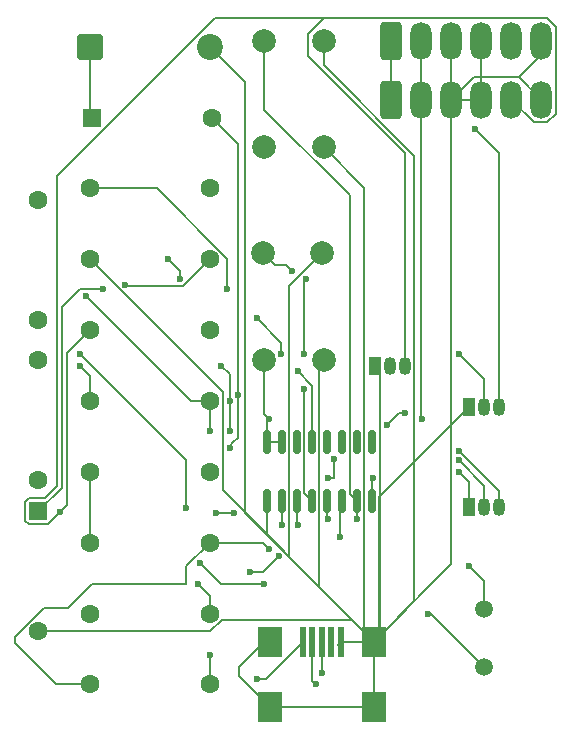
<source format=gbr>
%TF.GenerationSoftware,KiCad,Pcbnew,9.0.2*%
%TF.CreationDate,2025-06-01T20:35:32+02:00*%
%TF.ProjectId,IBIS,49424953-2e6b-4696-9361-645f70636258,rev?*%
%TF.SameCoordinates,Original*%
%TF.FileFunction,Copper,L1,Top*%
%TF.FilePolarity,Positive*%
%FSLAX46Y46*%
G04 Gerber Fmt 4.6, Leading zero omitted, Abs format (unit mm)*
G04 Created by KiCad (PCBNEW 9.0.2) date 2025-06-01 20:35:32*
%MOMM*%
%LPD*%
G01*
G04 APERTURE LIST*
G04 Aperture macros list*
%AMRoundRect*
0 Rectangle with rounded corners*
0 $1 Rounding radius*
0 $2 $3 $4 $5 $6 $7 $8 $9 X,Y pos of 4 corners*
0 Add a 4 corners polygon primitive as box body*
4,1,4,$2,$3,$4,$5,$6,$7,$8,$9,$2,$3,0*
0 Add four circle primitives for the rounded corners*
1,1,$1+$1,$2,$3*
1,1,$1+$1,$4,$5*
1,1,$1+$1,$6,$7*
1,1,$1+$1,$8,$9*
0 Add four rect primitives between the rounded corners*
20,1,$1+$1,$2,$3,$4,$5,0*
20,1,$1+$1,$4,$5,$6,$7,0*
20,1,$1+$1,$6,$7,$8,$9,0*
20,1,$1+$1,$8,$9,$2,$3,0*%
G04 Aperture macros list end*
%TA.AperFunction,ComponentPad*%
%ADD10R,1.050000X1.500000*%
%TD*%
%TA.AperFunction,ComponentPad*%
%ADD11O,1.050000X1.500000*%
%TD*%
%TA.AperFunction,ComponentPad*%
%ADD12C,1.600000*%
%TD*%
%TA.AperFunction,ComponentPad*%
%ADD13C,2.000000*%
%TD*%
%TA.AperFunction,SMDPad,CuDef*%
%ADD14R,0.500000X2.500000*%
%TD*%
%TA.AperFunction,SMDPad,CuDef*%
%ADD15R,2.000000X2.500000*%
%TD*%
%TA.AperFunction,ComponentPad*%
%ADD16RoundRect,0.250000X-0.550000X0.550000X-0.550000X-0.550000X0.550000X-0.550000X0.550000X0.550000X0*%
%TD*%
%TA.AperFunction,ComponentPad*%
%ADD17RoundRect,0.250000X-0.650000X-1.350000X0.650000X-1.350000X0.650000X1.350000X-0.650000X1.350000X0*%
%TD*%
%TA.AperFunction,ComponentPad*%
%ADD18O,1.800000X3.200000*%
%TD*%
%TA.AperFunction,ComponentPad*%
%ADD19RoundRect,0.250000X-0.550000X-0.550000X0.550000X-0.550000X0.550000X0.550000X-0.550000X0.550000X0*%
%TD*%
%TA.AperFunction,ComponentPad*%
%ADD20C,1.500000*%
%TD*%
%TA.AperFunction,SMDPad,CuDef*%
%ADD21RoundRect,0.150000X0.150000X-0.825000X0.150000X0.825000X-0.150000X0.825000X-0.150000X-0.825000X0*%
%TD*%
%TA.AperFunction,ComponentPad*%
%ADD22RoundRect,0.249999X-0.850001X-0.850001X0.850001X-0.850001X0.850001X0.850001X-0.850001X0.850001X0*%
%TD*%
%TA.AperFunction,ComponentPad*%
%ADD23C,2.200000*%
%TD*%
%TA.AperFunction,ViaPad*%
%ADD24C,0.600000*%
%TD*%
%TA.AperFunction,Conductor*%
%ADD25C,0.200000*%
%TD*%
G04 APERTURE END LIST*
D10*
%TO.P,T2,1,C*%
%TO.N,Net-(T2-C)*%
X90460000Y-85000000D03*
D11*
%TO.P,T2,2,B*%
%TO.N,Net-(D2-A)*%
X91730000Y-85000000D03*
%TO.P,T2,3,E*%
%TO.N,Net-(D2-K)*%
X93000000Y-85000000D03*
%TD*%
D12*
%TO.P,R1,1*%
%TO.N,Net-(U1-TXD)*%
X54000000Y-82660000D03*
%TO.P,R1,2*%
%TO.N,Net-(T0-B)*%
X54000000Y-72500000D03*
%TD*%
D13*
%TO.P,C3,1*%
%TO.N,Net-(U1-V3)*%
X73000000Y-63500000D03*
%TO.P,C3,2*%
%TO.N,GND*%
X78000000Y-63500000D03*
%TD*%
%TO.P,C2,1*%
%TO.N,Net-(U1-XO)*%
X73140000Y-54500000D03*
%TO.P,C2,2*%
%TO.N,GND*%
X78140000Y-54500000D03*
%TD*%
D14*
%TO.P,J1,1,VBUS*%
%TO.N,VCC*%
X76400000Y-96375000D03*
%TO.P,J1,2,D-*%
%TO.N,Net-(J1-D-)*%
X77200000Y-96375000D03*
%TO.P,J1,3,D+*%
%TO.N,Net-(J1-D+)*%
X78000000Y-96375000D03*
%TO.P,J1,4,ID*%
%TO.N,unconnected-(J1-ID-Pad4)*%
X78800000Y-96375000D03*
%TO.P,J1,5,GND*%
%TO.N,GND*%
X79600000Y-96375000D03*
D15*
%TO.P,J1,6,Shield*%
X73600000Y-96375000D03*
X73600000Y-101875000D03*
X82400000Y-96375000D03*
X82400000Y-101875000D03*
%TD*%
D12*
%TO.P,R4,1*%
%TO.N,GND*%
X58340000Y-64000000D03*
%TO.P,R4,2*%
%TO.N,Net-(D1-K)*%
X68500000Y-64000000D03*
%TD*%
D13*
%TO.P,C4,1*%
%TO.N,VCC*%
X73140000Y-72500000D03*
%TO.P,C4,2*%
%TO.N,GND*%
X78140000Y-72500000D03*
%TD*%
D12*
%TO.P,R8,1*%
%TO.N,Net-(D2-A)*%
X58340000Y-88000000D03*
%TO.P,R8,2*%
%TO.N,Net-(J2-Pin_2)*%
X68500000Y-88000000D03*
%TD*%
%TO.P,R3,1*%
%TO.N,/DTR*%
X58340000Y-58000000D03*
%TO.P,R3,2*%
%TO.N,Net-(R3-Pad2)*%
X68500000Y-58000000D03*
%TD*%
D10*
%TO.P,T0,1,C*%
%TO.N,GND*%
X82460000Y-73000000D03*
D11*
%TO.P,T0,2,B*%
%TO.N,Net-(T0-B)*%
X83730000Y-73000000D03*
%TO.P,T0,3,E*%
%TO.N,Net-(J2-Pin_5)*%
X85000000Y-73000000D03*
%TD*%
D16*
%TO.P,D1,1,K*%
%TO.N,Net-(D1-K)*%
X54000000Y-85340000D03*
D12*
%TO.P,D1,2,A*%
%TO.N,GND*%
X54000000Y-95500000D03*
%TD*%
%TO.P,R5,1*%
%TO.N,Net-(J2-Pin_5)*%
X58340000Y-70000000D03*
%TO.P,R5,2*%
%TO.N,Net-(J2-Pin_1)*%
X68500000Y-70000000D03*
%TD*%
D17*
%TO.P,J2,1,Pin_1*%
%TO.N,Net-(J2-Pin_1)*%
X83890000Y-45500000D03*
X83890000Y-50500000D03*
D18*
%TO.P,J2,2,Pin_2*%
%TO.N,Net-(J2-Pin_2)*%
X86430000Y-45500000D03*
X86430000Y-50500000D03*
%TO.P,J2,3,Pin_3*%
%TO.N,GND*%
X88970000Y-45500000D03*
X88970000Y-50500000D03*
%TO.P,J2,4,Pin_4*%
X91510000Y-45500000D03*
X91510000Y-50500000D03*
%TO.P,J2,5,Pin_5*%
%TO.N,Net-(J2-Pin_5)*%
X94050000Y-45500000D03*
X94050000Y-50500000D03*
%TO.P,J2,6,Pin_6*%
%TO.N,GND*%
X96590000Y-45500000D03*
X96590000Y-50500000D03*
%TD*%
D19*
%TO.P,D2,1,K*%
%TO.N,Net-(D2-K)*%
X58500000Y-52000000D03*
D12*
%TO.P,D2,2,A*%
%TO.N,Net-(D2-A)*%
X68660000Y-52000000D03*
%TD*%
D20*
%TO.P,X1,1,1*%
%TO.N,Net-(U1-XI)*%
X91730000Y-98500000D03*
%TO.P,X1,2,2*%
%TO.N,Net-(U1-XO)*%
X91730000Y-93620000D03*
%TD*%
D12*
%TO.P,R6,1*%
%TO.N,Net-(R3-Pad2)*%
X58340000Y-76000000D03*
%TO.P,R6,2*%
%TO.N,Net-(T2-C)*%
X68500000Y-76000000D03*
%TD*%
D21*
%TO.P,U1,1,GND*%
%TO.N,GND*%
X73380000Y-84450000D03*
%TO.P,U1,2,TXD*%
%TO.N,Net-(U1-TXD)*%
X74650000Y-84450000D03*
%TO.P,U1,3,RXD*%
%TO.N,/RXD*%
X75920000Y-84450000D03*
%TO.P,U1,4,V3*%
%TO.N,Net-(U1-V3)*%
X77190000Y-84450000D03*
%TO.P,U1,5,UD+*%
%TO.N,Net-(J1-D+)*%
X78460000Y-84450000D03*
%TO.P,U1,6,UD-*%
%TO.N,Net-(J1-D-)*%
X79730000Y-84450000D03*
%TO.P,U1,7,XI*%
%TO.N,Net-(U1-XI)*%
X81000000Y-84450000D03*
%TO.P,U1,8,XO*%
%TO.N,Net-(U1-XO)*%
X82270000Y-84450000D03*
%TO.P,U1,9,~{CTS}*%
%TO.N,unconnected-(U1-~{CTS}-Pad9)*%
X82270000Y-79500000D03*
%TO.P,U1,10,~{DSR}*%
%TO.N,unconnected-(U1-~{DSR}-Pad10)*%
X81000000Y-79500000D03*
%TO.P,U1,11,~{RI}*%
%TO.N,unconnected-(U1-~{RI}-Pad11)*%
X79730000Y-79500000D03*
%TO.P,U1,12,~{DCD}*%
%TO.N,unconnected-(U1-~{DCD}-Pad12)*%
X78460000Y-79500000D03*
%TO.P,U1,13,~{DTR}*%
%TO.N,/DTR*%
X77190000Y-79500000D03*
%TO.P,U1,14,~{RTS}*%
%TO.N,unconnected-(U1-~{RTS}-Pad14)*%
X75920000Y-79500000D03*
%TO.P,U1,15,R232*%
%TO.N,VCC*%
X74650000Y-79500000D03*
%TO.P,U1,16,VCC*%
X73380000Y-79500000D03*
%TD*%
D22*
%TO.P,D3,1,K*%
%TO.N,Net-(D2-K)*%
X58340000Y-46000000D03*
D23*
%TO.P,D3,2,A*%
%TO.N,GND*%
X68500000Y-46000000D03*
%TD*%
D10*
%TO.P,T1,1,C*%
%TO.N,GND*%
X90460000Y-76500000D03*
D11*
%TO.P,T1,2,B*%
%TO.N,Net-(D1-K)*%
X91730000Y-76500000D03*
%TO.P,T1,3,E*%
%TO.N,Net-(J2-Pin_1)*%
X93000000Y-76500000D03*
%TD*%
D12*
%TO.P,R9,1*%
%TO.N,Net-(D2-K)*%
X58340000Y-94000000D03*
%TO.P,R9,2*%
%TO.N,Net-(J2-Pin_5)*%
X68500000Y-94000000D03*
%TD*%
%TO.P,R7,1*%
%TO.N,Net-(D2-A)*%
X58340000Y-82000000D03*
%TO.P,R7,2*%
%TO.N,Net-(D2-K)*%
X68500000Y-82000000D03*
%TD*%
D13*
%TO.P,C1,1*%
%TO.N,Net-(U1-XI)*%
X73140000Y-45500000D03*
%TO.P,C1,2*%
%TO.N,GND*%
X78140000Y-45500000D03*
%TD*%
D12*
%TO.P,R2,1*%
%TO.N,/RXD*%
X54000000Y-69160000D03*
%TO.P,R2,2*%
%TO.N,Net-(T2-C)*%
X54000000Y-59000000D03*
%TD*%
%TO.P,R10,1*%
%TO.N,Net-(J2-Pin_2)*%
X58340000Y-100000000D03*
%TO.P,R10,2*%
%TO.N,Net-(J2-Pin_5)*%
X68500000Y-100000000D03*
%TD*%
D24*
%TO.N,Net-(D2-K)*%
X70201000Y-76000000D03*
X69500000Y-73000000D03*
X70201000Y-78500000D03*
X65977510Y-65673960D03*
X65000000Y-64000000D03*
X89570000Y-80199997D03*
%TO.N,Net-(D1-K)*%
X89570000Y-72000000D03*
X61344265Y-66155735D03*
X59500000Y-66500000D03*
%TO.N,Net-(J2-Pin_1)*%
X91000000Y-53000000D03*
%TO.N,Net-(T2-C)*%
X68500000Y-78500000D03*
X89570000Y-82000000D03*
X58000000Y-67100000D03*
%TO.N,Net-(D2-A)*%
X70900000Y-75500000D03*
X70201000Y-80000000D03*
X89570000Y-81000000D03*
%TO.N,Net-(J1-D+)*%
X78000000Y-99000000D03*
X78500000Y-86000000D03*
%TO.N,VCC*%
X72500000Y-99500000D03*
X73500000Y-77500000D03*
%TO.N,Net-(U1-XI)*%
X81000000Y-86000000D03*
X87000000Y-94000000D03*
%TO.N,Net-(U1-XO)*%
X82304000Y-82500000D03*
X90500000Y-90000000D03*
%TO.N,Net-(U1-TXD)*%
X71900000Y-90500000D03*
X74338235Y-89161765D03*
X74600000Y-86500000D03*
X69000000Y-85500000D03*
X70600000Y-85500000D03*
%TO.N,Net-(U1-V3)*%
X76500000Y-72000000D03*
X76500000Y-75000000D03*
X75500000Y-65000000D03*
X76674265Y-65674265D03*
%TO.N,Net-(J1-D-)*%
X79500000Y-87500000D03*
X77500000Y-100000000D03*
%TO.N,Net-(J2-Pin_2)*%
X78500000Y-82500000D03*
X85000000Y-77000000D03*
X83504000Y-78000000D03*
X79000000Y-80900000D03*
X73500000Y-88500000D03*
X86500000Y-77500000D03*
%TO.N,Net-(J2-Pin_5)*%
X67500000Y-91500000D03*
X68500000Y-97500000D03*
X55863080Y-85363080D03*
%TO.N,/RXD*%
X57500000Y-72000000D03*
X76000000Y-86500000D03*
X66500000Y-85100000D03*
X67674265Y-89674265D03*
X73100000Y-91500000D03*
%TO.N,/DTR*%
X74547870Y-71982401D03*
X72500000Y-69000000D03*
X76000000Y-73500000D03*
X70000000Y-66500000D03*
%TO.N,Net-(R3-Pad2)*%
X57500000Y-73000000D03*
%TD*%
D25*
%TO.N,Net-(D2-K)*%
X93000000Y-83580057D02*
X89619940Y-80199997D01*
X70201000Y-73701000D02*
X70201000Y-76000000D01*
X58340000Y-46000000D02*
X58340000Y-51840000D01*
X65977510Y-64977510D02*
X65977510Y-65673960D01*
X89619940Y-80199997D02*
X89570000Y-80199997D01*
X58340000Y-51840000D02*
X58500000Y-52000000D01*
X69500000Y-73000000D02*
X70201000Y-73701000D01*
X70201000Y-76000000D02*
X70201000Y-78500000D01*
X93000000Y-85000000D02*
X93000000Y-83580057D01*
X65000000Y-64000000D02*
X65977510Y-64977510D01*
%TO.N,GND*%
X73125000Y-96375000D02*
X71000000Y-98500000D01*
X71500000Y-85475000D02*
X71500000Y-49000000D01*
X69601000Y-83576000D02*
X69601000Y-75261000D01*
X80525000Y-94500000D02*
X69557050Y-94500000D01*
X82904000Y-73444000D02*
X82460000Y-73000000D01*
X85826000Y-92949000D02*
X85826000Y-55222160D01*
X81601000Y-57961000D02*
X78140000Y-54500000D01*
X73600000Y-96375000D02*
X73125000Y-96375000D01*
X82400000Y-96375000D02*
X75251000Y-89226000D01*
X82904000Y-95871000D02*
X82904000Y-73444000D01*
X82400000Y-96375000D02*
X73380000Y-87355000D01*
X88970000Y-50500000D02*
X90871000Y-48599000D01*
X82400000Y-96375000D02*
X88970000Y-89805000D01*
X71000000Y-99275000D02*
X73600000Y-101875000D01*
X75251000Y-89226000D02*
X75251000Y-66249000D01*
X88970000Y-50500000D02*
X91510000Y-50500000D01*
X73380000Y-87355000D02*
X73380000Y-84450000D01*
X82400000Y-96375000D02*
X82871000Y-95904000D01*
X96590000Y-45500000D02*
X96590000Y-46698000D01*
X88970000Y-89805000D02*
X88970000Y-50500000D01*
X96590000Y-46698000D02*
X94689000Y-48599000D01*
X82871000Y-95904000D02*
X82871000Y-84089000D01*
X82400000Y-96375000D02*
X71500000Y-85475000D01*
X82871000Y-84089000D02*
X90460000Y-76500000D01*
X77791000Y-72849000D02*
X78140000Y-72500000D01*
X85826000Y-55222160D02*
X78140000Y-47536160D01*
X77791000Y-91766000D02*
X77791000Y-72849000D01*
X79351000Y-96624000D02*
X79600000Y-96375000D01*
X69601000Y-75261000D02*
X58340000Y-64000000D01*
X68557050Y-95500000D02*
X54000000Y-95500000D01*
X82400000Y-96375000D02*
X85826000Y-92949000D01*
X82400000Y-101875000D02*
X82400000Y-96375000D01*
X82400000Y-96375000D02*
X79600000Y-96375000D01*
X82400000Y-96375000D02*
X69601000Y-83576000D01*
X82400000Y-96375000D02*
X82904000Y-95871000D01*
X91510000Y-50500000D02*
X91510000Y-45500000D01*
X71500000Y-49000000D02*
X68500000Y-46000000D01*
X78140000Y-47536160D02*
X78140000Y-45500000D01*
X69557050Y-94500000D02*
X68557050Y-95500000D01*
X71000000Y-98500000D02*
X71000000Y-99275000D01*
X82400000Y-96375000D02*
X80525000Y-94500000D01*
X90871000Y-48599000D02*
X94689000Y-48599000D01*
X88970000Y-50500000D02*
X88970000Y-45500000D01*
X82400000Y-96375000D02*
X77791000Y-91766000D01*
X75251000Y-66249000D02*
X78000000Y-63500000D01*
X94689000Y-48599000D02*
X96590000Y-50500000D01*
X73600000Y-101875000D02*
X82400000Y-101875000D01*
X82400000Y-96375000D02*
X81601000Y-95576000D01*
X81601000Y-95576000D02*
X81601000Y-57961000D01*
%TO.N,Net-(D1-K)*%
X56000000Y-83340000D02*
X54000000Y-85340000D01*
X59500000Y-66500000D02*
X57500000Y-66500000D01*
X91730000Y-74160000D02*
X89570000Y-72000000D01*
X56000000Y-68000000D02*
X56000000Y-83340000D01*
X61203550Y-66296450D02*
X61344265Y-66155735D01*
X57500000Y-66500000D02*
X56000000Y-68000000D01*
X91730000Y-76500000D02*
X91730000Y-74160000D01*
X66203550Y-66296450D02*
X61203550Y-66296450D01*
X68500000Y-64000000D02*
X66203550Y-66296450D01*
%TO.N,Net-(J2-Pin_1)*%
X93000000Y-76500000D02*
X93000000Y-55000000D01*
X83890000Y-50500000D02*
X83890000Y-45500000D01*
X93000000Y-55000000D02*
X91000000Y-53000000D01*
%TO.N,Net-(T2-C)*%
X68500000Y-76000000D02*
X66900000Y-76000000D01*
X90460000Y-85000000D02*
X90460000Y-82890000D01*
X66900000Y-76000000D02*
X58000000Y-67100000D01*
X68500000Y-76000000D02*
X68500000Y-78500000D01*
X90460000Y-82890000D02*
X89570000Y-82000000D01*
%TO.N,Net-(D2-A)*%
X70900000Y-75500000D02*
X70900000Y-79100000D01*
X70900000Y-79100000D02*
X70500000Y-79500000D01*
X70900000Y-75500000D02*
X70900000Y-54240000D01*
X70900000Y-54240000D02*
X68660000Y-52000000D01*
X91730000Y-83160000D02*
X89570000Y-81000000D01*
X70201000Y-79799000D02*
X70201000Y-80000000D01*
X91730000Y-85000000D02*
X91730000Y-83160000D01*
X58340000Y-88000000D02*
X58340000Y-82000000D01*
X70500000Y-79500000D02*
X70201000Y-79799000D01*
%TO.N,Net-(J1-D+)*%
X78460000Y-84450000D02*
X78460000Y-85960000D01*
X78000000Y-96375000D02*
X78000000Y-99000000D01*
X78460000Y-85960000D02*
X78500000Y-86000000D01*
%TO.N,VCC*%
X76400000Y-96375000D02*
X73275000Y-99500000D01*
X73380000Y-79500000D02*
X74650000Y-79500000D01*
X73275000Y-99500000D02*
X72500000Y-99500000D01*
X73380000Y-79500000D02*
X73380000Y-77620000D01*
X73380000Y-77620000D02*
X73500000Y-77500000D01*
X73500000Y-77500000D02*
X73140000Y-77140000D01*
X73140000Y-77140000D02*
X73140000Y-72500000D01*
%TO.N,Net-(U1-XI)*%
X91730000Y-98500000D02*
X87230000Y-94000000D01*
X81000000Y-84450000D02*
X81000000Y-86000000D01*
X80399000Y-83849000D02*
X80399000Y-58598892D01*
X87230000Y-94000000D02*
X87000000Y-94000000D01*
X80399000Y-58598892D02*
X73140000Y-51339892D01*
X73140000Y-51339892D02*
X73140000Y-45500000D01*
X81000000Y-84450000D02*
X80399000Y-83849000D01*
%TO.N,Net-(U1-XO)*%
X82270000Y-84450000D02*
X82270000Y-82534000D01*
X91730000Y-93620000D02*
X91730000Y-91230000D01*
X91730000Y-91230000D02*
X90500000Y-90000000D01*
X82270000Y-82534000D02*
X82304000Y-82500000D01*
%TO.N,Net-(U1-TXD)*%
X71900000Y-90500000D02*
X73000000Y-90500000D01*
X74600000Y-86500000D02*
X74650000Y-86450000D01*
X69000000Y-85500000D02*
X70600000Y-85500000D01*
X74650000Y-86450000D02*
X74650000Y-84450000D01*
X73000000Y-90500000D02*
X74338235Y-89161765D01*
%TO.N,Net-(U1-V3)*%
X75500000Y-65000000D02*
X75000000Y-64500000D01*
X75000000Y-64500000D02*
X74000000Y-64500000D01*
X74000000Y-64500000D02*
X73000000Y-63500000D01*
X76500000Y-70500000D02*
X76500000Y-65848530D01*
X76521000Y-75021000D02*
X76500000Y-75000000D01*
X76500000Y-72000000D02*
X76500000Y-70500000D01*
X76521000Y-83781000D02*
X76521000Y-75021000D01*
X76500000Y-65848530D02*
X76674265Y-65674265D01*
X77190000Y-84450000D02*
X76521000Y-83781000D01*
%TO.N,Net-(J1-D-)*%
X79730000Y-84450000D02*
X79500000Y-84680000D01*
X77200000Y-99700000D02*
X77500000Y-100000000D01*
X77200000Y-96375000D02*
X77200000Y-99700000D01*
X79500000Y-84680000D02*
X79500000Y-87500000D01*
%TO.N,Net-(J2-Pin_2)*%
X73500000Y-88500000D02*
X73000000Y-88000000D01*
X86430000Y-77430000D02*
X86500000Y-77500000D01*
X55500000Y-100000000D02*
X52000000Y-96500000D01*
X56500000Y-93500000D02*
X58500000Y-91500000D01*
X84504000Y-77000000D02*
X83504000Y-78000000D01*
X58340000Y-100000000D02*
X55500000Y-100000000D01*
X79000000Y-80900000D02*
X79000000Y-82500000D01*
X73000000Y-88000000D02*
X68500000Y-88000000D01*
X79000000Y-82500000D02*
X78500000Y-82500000D01*
X66500000Y-91500000D02*
X66500000Y-90000000D01*
X85000000Y-77000000D02*
X84504000Y-77000000D01*
X52000000Y-96500000D02*
X52000000Y-95942950D01*
X86430000Y-50500000D02*
X86430000Y-77430000D01*
X54442950Y-93500000D02*
X56500000Y-93500000D01*
X52000000Y-95942950D02*
X54442950Y-93500000D01*
X58500000Y-91500000D02*
X66500000Y-91500000D01*
X66500000Y-90000000D02*
X68500000Y-88000000D01*
X86430000Y-45500000D02*
X86430000Y-50500000D01*
%TO.N,Net-(J2-Pin_5)*%
X53214840Y-84239000D02*
X52899000Y-84554840D01*
X68500000Y-94000000D02*
X68500000Y-92500000D01*
X94050000Y-50500000D02*
X95951000Y-52401000D01*
X68500000Y-92500000D02*
X67500000Y-91500000D01*
X54785160Y-86441000D02*
X55863080Y-85363080D01*
X56401000Y-71939000D02*
X58340000Y-70000000D01*
X76839000Y-44961108D02*
X76839000Y-46802260D01*
X97087470Y-43599000D02*
X78201108Y-43599000D01*
X76839000Y-46802260D02*
X85000000Y-54963260D01*
X55863080Y-85363080D02*
X56401000Y-84825160D01*
X68919686Y-43599000D02*
X55599000Y-56919686D01*
X97087470Y-43599000D02*
X68919686Y-43599000D01*
X52899000Y-84554840D02*
X52899000Y-86125160D01*
X97087470Y-52401000D02*
X97791000Y-51697470D01*
X97791000Y-44302530D02*
X97087470Y-43599000D01*
X55599000Y-83173900D02*
X54533900Y-84239000D01*
X54533900Y-84239000D02*
X53214840Y-84239000D01*
X85000000Y-54963260D02*
X85000000Y-73000000D01*
X53214840Y-86441000D02*
X54785160Y-86441000D01*
X55599000Y-56919686D02*
X55599000Y-83173900D01*
X68500000Y-100000000D02*
X68500000Y-97500000D01*
X56401000Y-84825160D02*
X56401000Y-71939000D01*
X52899000Y-86125160D02*
X53214840Y-86441000D01*
X78201108Y-43599000D02*
X76839000Y-44961108D01*
X97791000Y-51697470D02*
X97791000Y-44302530D01*
X95951000Y-52401000D02*
X97087470Y-52401000D01*
%TO.N,/RXD*%
X69500000Y-91500000D02*
X67674265Y-89674265D01*
X75920000Y-86420000D02*
X76000000Y-86500000D01*
X73100000Y-91500000D02*
X69500000Y-91500000D01*
X75920000Y-84450000D02*
X75920000Y-86420000D01*
X66500000Y-85100000D02*
X66500000Y-81000000D01*
X66500000Y-81000000D02*
X57500000Y-72000000D01*
%TO.N,/DTR*%
X74547870Y-71982401D02*
X74547870Y-71047870D01*
X70000000Y-66500000D02*
X70000000Y-63942950D01*
X70000000Y-63942950D02*
X64057050Y-58000000D01*
X77190000Y-74690000D02*
X76000000Y-73500000D01*
X64057050Y-58000000D02*
X58340000Y-58000000D01*
X74547870Y-71047870D02*
X72500000Y-69000000D01*
X77190000Y-79500000D02*
X77190000Y-74690000D01*
%TO.N,Net-(R3-Pad2)*%
X58340000Y-73840000D02*
X57500000Y-73000000D01*
X58340000Y-76000000D02*
X58340000Y-73840000D01*
%TD*%
M02*

</source>
